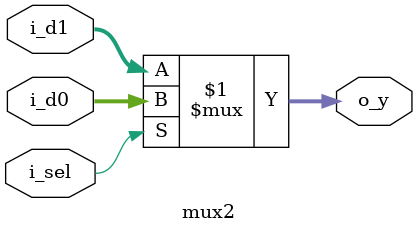
<source format=sv>
`timescale 1ns / 1ps

module mux2 #(parameter DATA_WIDTH = 32)(
        input logic [DATA_WIDTH-1:0]    i_d0, i_d1,
        input logic                     i_sel,
        output logic [DATA_WIDTH-1:0]   o_y
);

    assign o_y = i_sel ? i_d0 : i_d1;

endmodule

</source>
